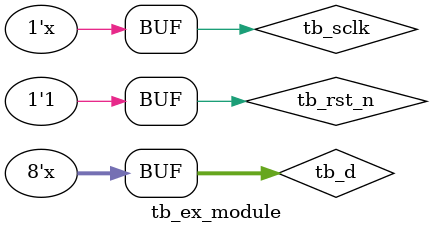
<source format=v>
`timescale 1ns/100ps

module  tb_ex_module;
		reg		tb_sclk, tb_rst_n;
		reg		[7:0]	tb_d;
		wire	[7:0]	tb_q;
		
		initial//reg only
		begin
			tb_sclk <= 0;
			tb_d <= 8'b0;
			tb_rst_n <= 0;
			#200.1
			tb_rst_n <= 1;
		end
		
always #10 tb_sclk <= ~tb_sclk;
always #20 tb_d <= tb_d + 1;

ex_module ex_module_inst(
	.sclk	(tb_sclk),
	.rst_n	(tb_rst_n),
	.d		(tb_d),
	.q		(tb_q)
);

endmodule

</source>
